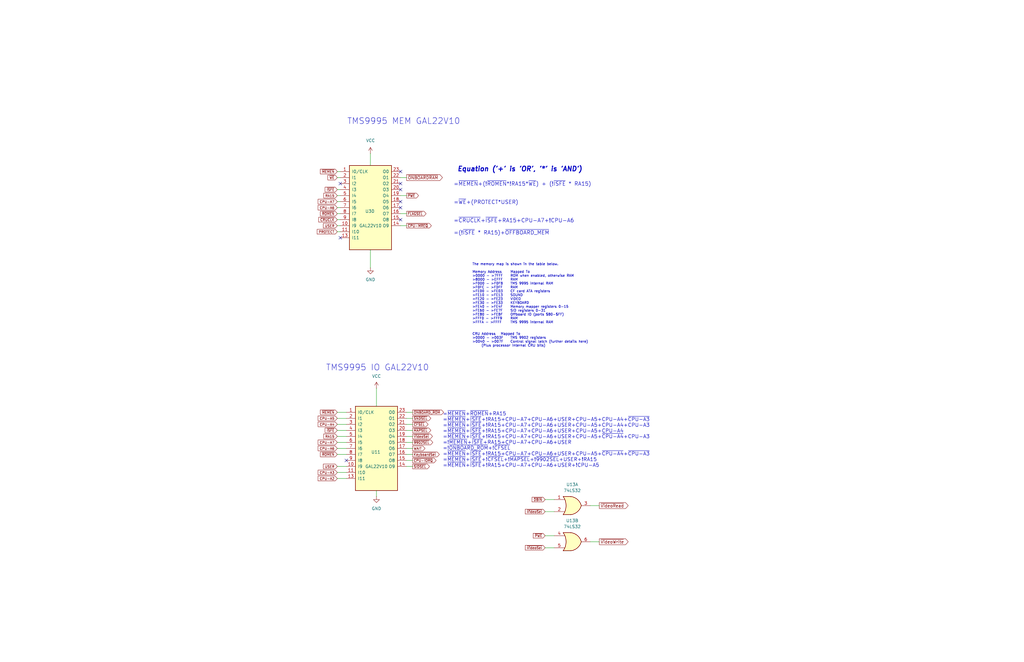
<source format=kicad_sch>
(kicad_sch
	(version 20231120)
	(generator "eeschema")
	(generator_version "8.0")
	(uuid "c3c349b1-d9bc-4742-9b63-40f30c22ca7c")
	(paper "B")
	(title_block
		(title "CortexPC")
		(date "2025-05-25")
		(rev "V0.5")
	)
	(lib_symbols
		(symbol "74xx:74LS32"
			(pin_names
				(offset 1.016)
			)
			(exclude_from_sim no)
			(in_bom yes)
			(on_board yes)
			(property "Reference" "U"
				(at 0 1.27 0)
				(effects
					(font
						(size 1.27 1.27)
					)
				)
			)
			(property "Value" "74LS32"
				(at 0 -1.27 0)
				(effects
					(font
						(size 1.27 1.27)
					)
				)
			)
			(property "Footprint" ""
				(at 0 0 0)
				(effects
					(font
						(size 1.27 1.27)
					)
					(hide yes)
				)
			)
			(property "Datasheet" "http://www.ti.com/lit/gpn/sn74LS32"
				(at 0 0 0)
				(effects
					(font
						(size 1.27 1.27)
					)
					(hide yes)
				)
			)
			(property "Description" "Quad 2-input OR"
				(at 0 0 0)
				(effects
					(font
						(size 1.27 1.27)
					)
					(hide yes)
				)
			)
			(property "ki_locked" ""
				(at 0 0 0)
				(effects
					(font
						(size 1.27 1.27)
					)
				)
			)
			(property "ki_keywords" "TTL Or2"
				(at 0 0 0)
				(effects
					(font
						(size 1.27 1.27)
					)
					(hide yes)
				)
			)
			(property "ki_fp_filters" "DIP?14*"
				(at 0 0 0)
				(effects
					(font
						(size 1.27 1.27)
					)
					(hide yes)
				)
			)
			(symbol "74LS32_1_1"
				(arc
					(start -3.81 -3.81)
					(mid -2.589 0)
					(end -3.81 3.81)
					(stroke
						(width 0.254)
						(type default)
					)
					(fill
						(type none)
					)
				)
				(arc
					(start -0.6096 -3.81)
					(mid 2.1842 -2.5851)
					(end 3.81 0)
					(stroke
						(width 0.254)
						(type default)
					)
					(fill
						(type background)
					)
				)
				(polyline
					(pts
						(xy -3.81 -3.81) (xy -0.635 -3.81)
					)
					(stroke
						(width 0.254)
						(type default)
					)
					(fill
						(type background)
					)
				)
				(polyline
					(pts
						(xy -3.81 3.81) (xy -0.635 3.81)
					)
					(stroke
						(width 0.254)
						(type default)
					)
					(fill
						(type background)
					)
				)
				(polyline
					(pts
						(xy -0.635 3.81) (xy -3.81 3.81) (xy -3.81 3.81) (xy -3.556 3.4036) (xy -3.0226 2.2606) (xy -2.6924 1.0414)
						(xy -2.6162 -0.254) (xy -2.7686 -1.4986) (xy -3.175 -2.7178) (xy -3.81 -3.81) (xy -3.81 -3.81)
						(xy -0.635 -3.81)
					)
					(stroke
						(width -25.4)
						(type default)
					)
					(fill
						(type background)
					)
				)
				(arc
					(start 3.81 0)
					(mid 2.1915 2.5936)
					(end -0.6096 3.81)
					(stroke
						(width 0.254)
						(type default)
					)
					(fill
						(type background)
					)
				)
				(pin input line
					(at -7.62 2.54 0)
					(length 4.318)
					(name "~"
						(effects
							(font
								(size 1.27 1.27)
							)
						)
					)
					(number "1"
						(effects
							(font
								(size 1.27 1.27)
							)
						)
					)
				)
				(pin input line
					(at -7.62 -2.54 0)
					(length 4.318)
					(name "~"
						(effects
							(font
								(size 1.27 1.27)
							)
						)
					)
					(number "2"
						(effects
							(font
								(size 1.27 1.27)
							)
						)
					)
				)
				(pin output line
					(at 7.62 0 180)
					(length 3.81)
					(name "~"
						(effects
							(font
								(size 1.27 1.27)
							)
						)
					)
					(number "3"
						(effects
							(font
								(size 1.27 1.27)
							)
						)
					)
				)
			)
			(symbol "74LS32_1_2"
				(arc
					(start 0 -3.81)
					(mid 3.7934 0)
					(end 0 3.81)
					(stroke
						(width 0.254)
						(type default)
					)
					(fill
						(type background)
					)
				)
				(polyline
					(pts
						(xy 0 3.81) (xy -3.81 3.81) (xy -3.81 -3.81) (xy 0 -3.81)
					)
					(stroke
						(width 0.254)
						(type default)
					)
					(fill
						(type background)
					)
				)
				(pin input inverted
					(at -7.62 2.54 0)
					(length 3.81)
					(name "~"
						(effects
							(font
								(size 1.27 1.27)
							)
						)
					)
					(number "1"
						(effects
							(font
								(size 1.27 1.27)
							)
						)
					)
				)
				(pin input inverted
					(at -7.62 -2.54 0)
					(length 3.81)
					(name "~"
						(effects
							(font
								(size 1.27 1.27)
							)
						)
					)
					(number "2"
						(effects
							(font
								(size 1.27 1.27)
							)
						)
					)
				)
				(pin output inverted
					(at 7.62 0 180)
					(length 3.81)
					(name "~"
						(effects
							(font
								(size 1.27 1.27)
							)
						)
					)
					(number "3"
						(effects
							(font
								(size 1.27 1.27)
							)
						)
					)
				)
			)
			(symbol "74LS32_2_1"
				(arc
					(start -3.81 -3.81)
					(mid -2.589 0)
					(end -3.81 3.81)
					(stroke
						(width 0.254)
						(type default)
					)
					(fill
						(type none)
					)
				)
				(arc
					(start -0.6096 -3.81)
					(mid 2.1842 -2.5851)
					(end 3.81 0)
					(stroke
						(width 0.254)
						(type default)
					)
					(fill
						(type background)
					)
				)
				(polyline
					(pts
						(xy -3.81 -3.81) (xy -0.635 -3.81)
					)
					(stroke
						(width 0.254)
						(type default)
					)
					(fill
						(type background)
					)
				)
				(polyline
					(pts
						(xy -3.81 3.81) (xy -0.635 3.81)
					)
					(stroke
						(width 0.254)
						(type default)
					)
					(fill
						(type background)
					)
				)
				(polyline
					(pts
						(xy -0.635 3.81) (xy -3.81 3.81) (xy -3.81 3.81) (xy -3.556 3.4036) (xy -3.0226 2.2606) (xy -2.6924 1.0414)
						(xy -2.6162 -0.254) (xy -2.7686 -1.4986) (xy -3.175 -2.7178) (xy -3.81 -3.81) (xy -3.81 -3.81)
						(xy -0.635 -3.81)
					)
					(stroke
						(width -25.4)
						(type default)
					)
					(fill
						(type background)
					)
				)
				(arc
					(start 3.81 0)
					(mid 2.1915 2.5936)
					(end -0.6096 3.81)
					(stroke
						(width 0.254)
						(type default)
					)
					(fill
						(type background)
					)
				)
				(pin input line
					(at -7.62 2.54 0)
					(length 4.318)
					(name "~"
						(effects
							(font
								(size 1.27 1.27)
							)
						)
					)
					(number "4"
						(effects
							(font
								(size 1.27 1.27)
							)
						)
					)
				)
				(pin input line
					(at -7.62 -2.54 0)
					(length 4.318)
					(name "~"
						(effects
							(font
								(size 1.27 1.27)
							)
						)
					)
					(number "5"
						(effects
							(font
								(size 1.27 1.27)
							)
						)
					)
				)
				(pin output line
					(at 7.62 0 180)
					(length 3.81)
					(name "~"
						(effects
							(font
								(size 1.27 1.27)
							)
						)
					)
					(number "6"
						(effects
							(font
								(size 1.27 1.27)
							)
						)
					)
				)
			)
			(symbol "74LS32_2_2"
				(arc
					(start 0 -3.81)
					(mid 3.7934 0)
					(end 0 3.81)
					(stroke
						(width 0.254)
						(type default)
					)
					(fill
						(type background)
					)
				)
				(polyline
					(pts
						(xy 0 3.81) (xy -3.81 3.81) (xy -3.81 -3.81) (xy 0 -3.81)
					)
					(stroke
						(width 0.254)
						(type default)
					)
					(fill
						(type background)
					)
				)
				(pin input inverted
					(at -7.62 2.54 0)
					(length 3.81)
					(name "~"
						(effects
							(font
								(size 1.27 1.27)
							)
						)
					)
					(number "4"
						(effects
							(font
								(size 1.27 1.27)
							)
						)
					)
				)
				(pin input inverted
					(at -7.62 -2.54 0)
					(length 3.81)
					(name "~"
						(effects
							(font
								(size 1.27 1.27)
							)
						)
					)
					(number "5"
						(effects
							(font
								(size 1.27 1.27)
							)
						)
					)
				)
				(pin output inverted
					(at 7.62 0 180)
					(length 3.81)
					(name "~"
						(effects
							(font
								(size 1.27 1.27)
							)
						)
					)
					(number "6"
						(effects
							(font
								(size 1.27 1.27)
							)
						)
					)
				)
			)
			(symbol "74LS32_3_1"
				(arc
					(start -3.81 -3.81)
					(mid -2.589 0)
					(end -3.81 3.81)
					(stroke
						(width 0.254)
						(type default)
					)
					(fill
						(type none)
					)
				)
				(arc
					(start -0.6096 -3.81)
					(mid 2.1842 -2.5851)
					(end 3.81 0)
					(stroke
						(width 0.254)
						(type default)
					)
					(fill
						(type background)
					)
				)
				(polyline
					(pts
						(xy -3.81 -3.81) (xy -0.635 -3.81)
					)
					(stroke
						(width 0.254)
						(type default)
					)
					(fill
						(type background)
					)
				)
				(polyline
					(pts
						(xy -3.81 3.81) (xy -0.635 3.81)
					)
					(stroke
						(width 0.254)
						(type default)
					)
					(fill
						(type background)
					)
				)
				(polyline
					(pts
						(xy -0.635 3.81) (xy -3.81 3.81) (xy -3.81 3.81) (xy -3.556 3.4036) (xy -3.0226 2.2606) (xy -2.6924 1.0414)
						(xy -2.6162 -0.254) (xy -2.7686 -1.4986) (xy -3.175 -2.7178) (xy -3.81 -3.81) (xy -3.81 -3.81)
						(xy -0.635 -3.81)
					)
					(stroke
						(width -25.4)
						(type default)
					)
					(fill
						(type background)
					)
				)
				(arc
					(start 3.81 0)
					(mid 2.1915 2.5936)
					(end -0.6096 3.81)
					(stroke
						(width 0.254)
						(type default)
					)
					(fill
						(type background)
					)
				)
				(pin input line
					(at -7.62 -2.54 0)
					(length 4.318)
					(name "~"
						(effects
							(font
								(size 1.27 1.27)
							)
						)
					)
					(number "10"
						(effects
							(font
								(size 1.27 1.27)
							)
						)
					)
				)
				(pin output line
					(at 7.62 0 180)
					(length 3.81)
					(name "~"
						(effects
							(font
								(size 1.27 1.27)
							)
						)
					)
					(number "8"
						(effects
							(font
								(size 1.27 1.27)
							)
						)
					)
				)
				(pin input line
					(at -7.62 2.54 0)
					(length 4.318)
					(name "~"
						(effects
							(font
								(size 1.27 1.27)
							)
						)
					)
					(number "9"
						(effects
							(font
								(size 1.27 1.27)
							)
						)
					)
				)
			)
			(symbol "74LS32_3_2"
				(arc
					(start 0 -3.81)
					(mid 3.7934 0)
					(end 0 3.81)
					(stroke
						(width 0.254)
						(type default)
					)
					(fill
						(type background)
					)
				)
				(polyline
					(pts
						(xy 0 3.81) (xy -3.81 3.81) (xy -3.81 -3.81) (xy 0 -3.81)
					)
					(stroke
						(width 0.254)
						(type default)
					)
					(fill
						(type background)
					)
				)
				(pin input inverted
					(at -7.62 -2.54 0)
					(length 3.81)
					(name "~"
						(effects
							(font
								(size 1.27 1.27)
							)
						)
					)
					(number "10"
						(effects
							(font
								(size 1.27 1.27)
							)
						)
					)
				)
				(pin output inverted
					(at 7.62 0 180)
					(length 3.81)
					(name "~"
						(effects
							(font
								(size 1.27 1.27)
							)
						)
					)
					(number "8"
						(effects
							(font
								(size 1.27 1.27)
							)
						)
					)
				)
				(pin input inverted
					(at -7.62 2.54 0)
					(length 3.81)
					(name "~"
						(effects
							(font
								(size 1.27 1.27)
							)
						)
					)
					(number "9"
						(effects
							(font
								(size 1.27 1.27)
							)
						)
					)
				)
			)
			(symbol "74LS32_4_1"
				(arc
					(start -3.81 -3.81)
					(mid -2.589 0)
					(end -3.81 3.81)
					(stroke
						(width 0.254)
						(type default)
					)
					(fill
						(type none)
					)
				)
				(arc
					(start -0.6096 -3.81)
					(mid 2.1842 -2.5851)
					(end 3.81 0)
					(stroke
						(width 0.254)
						(type default)
					)
					(fill
						(type background)
					)
				)
				(polyline
					(pts
						(xy -3.81 -3.81) (xy -0.635 -3.81)
					)
					(stroke
						(width 0.254)
						(type default)
					)
					(fill
						(type background)
					)
				)
				(polyline
					(pts
						(xy -3.81 3.81) (xy -0.635 3.81)
					)
					(stroke
						(width 0.254)
						(type default)
					)
					(fill
						(type background)
					)
				)
				(polyline
					(pts
						(xy -0.635 3.81) (xy -3.81 3.81) (xy -3.81 3.81) (xy -3.556 3.4036) (xy -3.0226 2.2606) (xy -2.6924 1.0414)
						(xy -2.6162 -0.254) (xy -2.7686 -1.4986) (xy -3.175 -2.7178) (xy -3.81 -3.81) (xy -3.81 -3.81)
						(xy -0.635 -3.81)
					)
					(stroke
						(width -25.4)
						(type default)
					)
					(fill
						(type background)
					)
				)
				(arc
					(start 3.81 0)
					(mid 2.1915 2.5936)
					(end -0.6096 3.81)
					(stroke
						(width 0.254)
						(type default)
					)
					(fill
						(type background)
					)
				)
				(pin output line
					(at 7.62 0 180)
					(length 3.81)
					(name "~"
						(effects
							(font
								(size 1.27 1.27)
							)
						)
					)
					(number "11"
						(effects
							(font
								(size 1.27 1.27)
							)
						)
					)
				)
				(pin input line
					(at -7.62 2.54 0)
					(length 4.318)
					(name "~"
						(effects
							(font
								(size 1.27 1.27)
							)
						)
					)
					(number "12"
						(effects
							(font
								(size 1.27 1.27)
							)
						)
					)
				)
				(pin input line
					(at -7.62 -2.54 0)
					(length 4.318)
					(name "~"
						(effects
							(font
								(size 1.27 1.27)
							)
						)
					)
					(number "13"
						(effects
							(font
								(size 1.27 1.27)
							)
						)
					)
				)
			)
			(symbol "74LS32_4_2"
				(arc
					(start 0 -3.81)
					(mid 3.7934 0)
					(end 0 3.81)
					(stroke
						(width 0.254)
						(type default)
					)
					(fill
						(type background)
					)
				)
				(polyline
					(pts
						(xy 0 3.81) (xy -3.81 3.81) (xy -3.81 -3.81) (xy 0 -3.81)
					)
					(stroke
						(width 0.254)
						(type default)
					)
					(fill
						(type background)
					)
				)
				(pin output inverted
					(at 7.62 0 180)
					(length 3.81)
					(name "~"
						(effects
							(font
								(size 1.27 1.27)
							)
						)
					)
					(number "11"
						(effects
							(font
								(size 1.27 1.27)
							)
						)
					)
				)
				(pin input inverted
					(at -7.62 2.54 0)
					(length 3.81)
					(name "~"
						(effects
							(font
								(size 1.27 1.27)
							)
						)
					)
					(number "12"
						(effects
							(font
								(size 1.27 1.27)
							)
						)
					)
				)
				(pin input inverted
					(at -7.62 -2.54 0)
					(length 3.81)
					(name "~"
						(effects
							(font
								(size 1.27 1.27)
							)
						)
					)
					(number "13"
						(effects
							(font
								(size 1.27 1.27)
							)
						)
					)
				)
			)
			(symbol "74LS32_5_0"
				(pin power_in line
					(at 0 12.7 270)
					(length 5.08)
					(name "VCC"
						(effects
							(font
								(size 1.27 1.27)
							)
						)
					)
					(number "14"
						(effects
							(font
								(size 1.27 1.27)
							)
						)
					)
				)
				(pin power_in line
					(at 0 -12.7 90)
					(length 5.08)
					(name "GND"
						(effects
							(font
								(size 1.27 1.27)
							)
						)
					)
					(number "7"
						(effects
							(font
								(size 1.27 1.27)
							)
						)
					)
				)
			)
			(symbol "74LS32_5_1"
				(rectangle
					(start -5.08 7.62)
					(end 5.08 -7.62)
					(stroke
						(width 0.254)
						(type default)
					)
					(fill
						(type background)
					)
				)
			)
		)
		(symbol "gal22v10:GAL22V10"
			(pin_names
				(offset 1.016)
			)
			(exclude_from_sim no)
			(in_bom yes)
			(on_board yes)
			(property "Reference" "U"
				(at -8.89 19.05 0)
				(effects
					(font
						(size 1.27 1.27)
					)
					(justify left)
				)
			)
			(property "Value" "GAL22V10"
				(at -1.27 19.05 0)
				(effects
					(font
						(size 1.27 1.27)
					)
					(justify left)
				)
			)
			(property "Footprint" ""
				(at 0 0 0)
				(effects
					(font
						(size 1.27 1.27)
					)
					(hide yes)
				)
			)
			(property "Datasheet" ""
				(at 0 0 0)
				(effects
					(font
						(size 1.27 1.27)
					)
					(hide yes)
				)
			)
			(property "Description" ""
				(at 0 0 0)
				(effects
					(font
						(size 1.27 1.27)
					)
					(hide yes)
				)
			)
			(property "ki_fp_filters" "DIP* PDIP*"
				(at 0 0 0)
				(effects
					(font
						(size 1.27 1.27)
					)
					(hide yes)
				)
			)
			(symbol "GAL22V10_0_1"
				(rectangle
					(start -8.89 -17.78)
					(end 8.89 17.78)
					(stroke
						(width 0.254)
						(type default)
					)
					(fill
						(type background)
					)
				)
			)
			(symbol "GAL22V10_1_1"
				(pin input line
					(at -12.7 15.24 0)
					(length 3.81)
					(name "I0/CLK"
						(effects
							(font
								(size 1.27 1.27)
							)
						)
					)
					(number "1"
						(effects
							(font
								(size 1.27 1.27)
							)
						)
					)
				)
				(pin input line
					(at -12.7 -7.62 0)
					(length 3.81)
					(name "I9"
						(effects
							(font
								(size 1.27 1.27)
							)
						)
					)
					(number "10"
						(effects
							(font
								(size 1.27 1.27)
							)
						)
					)
				)
				(pin input line
					(at -12.7 -10.16 0)
					(length 3.81)
					(name "I10"
						(effects
							(font
								(size 1.27 1.27)
							)
						)
					)
					(number "11"
						(effects
							(font
								(size 1.27 1.27)
							)
						)
					)
				)
				(pin power_in line
					(at 0 -17.78 90)
					(length 0) hide
					(name "GND"
						(effects
							(font
								(size 1.27 1.27)
							)
						)
					)
					(number "12"
						(effects
							(font
								(size 1.27 1.27)
							)
						)
					)
				)
				(pin input line
					(at -12.7 -12.7 0)
					(length 3.81)
					(name "I11"
						(effects
							(font
								(size 1.27 1.27)
							)
						)
					)
					(number "13"
						(effects
							(font
								(size 1.27 1.27)
							)
						)
					)
				)
				(pin output line
					(at 12.7 -7.62 180)
					(length 3.81)
					(name "O9"
						(effects
							(font
								(size 1.27 1.27)
							)
						)
					)
					(number "14"
						(effects
							(font
								(size 1.27 1.27)
							)
						)
					)
				)
				(pin output line
					(at 12.7 -5.08 180)
					(length 3.81)
					(name "O8"
						(effects
							(font
								(size 1.27 1.27)
							)
						)
					)
					(number "15"
						(effects
							(font
								(size 1.27 1.27)
							)
						)
					)
				)
				(pin output line
					(at 12.7 -2.54 180)
					(length 3.81)
					(name "O7"
						(effects
							(font
								(size 1.27 1.27)
							)
						)
					)
					(number "16"
						(effects
							(font
								(size 1.27 1.27)
							)
						)
					)
				)
				(pin output line
					(at 12.7 0 180)
					(length 3.81)
					(name "O6"
						(effects
							(font
								(size 1.27 1.27)
							)
						)
					)
					(number "17"
						(effects
							(font
								(size 1.27 1.27)
							)
						)
					)
				)
				(pin output line
					(at 12.7 2.54 180)
					(length 3.81)
					(name "O5"
						(effects
							(font
								(size 1.27 1.27)
							)
						)
					)
					(number "18"
						(effects
							(font
								(size 1.27 1.27)
							)
						)
					)
				)
				(pin output line
					(at 12.7 5.08 180)
					(length 3.81)
					(name "O4"
						(effects
							(font
								(size 1.27 1.27)
							)
						)
					)
					(number "19"
						(effects
							(font
								(size 1.27 1.27)
							)
						)
					)
				)
				(pin input line
					(at -12.7 12.7 0)
					(length 3.81)
					(name "I1"
						(effects
							(font
								(size 1.27 1.27)
							)
						)
					)
					(number "2"
						(effects
							(font
								(size 1.27 1.27)
							)
						)
					)
				)
				(pin output line
					(at 12.7 7.62 180)
					(length 3.81)
					(name "O3"
						(effects
							(font
								(size 1.27 1.27)
							)
						)
					)
					(number "20"
						(effects
							(font
								(size 1.27 1.27)
							)
						)
					)
				)
				(pin output line
					(at 12.7 10.16 180)
					(length 3.81)
					(name "O2"
						(effects
							(font
								(size 1.27 1.27)
							)
						)
					)
					(number "21"
						(effects
							(font
								(size 1.27 1.27)
							)
						)
					)
				)
				(pin output line
					(at 12.7 12.7 180)
					(length 3.81)
					(name "O1"
						(effects
							(font
								(size 1.27 1.27)
							)
						)
					)
					(number "22"
						(effects
							(font
								(size 1.27 1.27)
							)
						)
					)
				)
				(pin output line
					(at 12.7 15.24 180)
					(length 3.81)
					(name "O0"
						(effects
							(font
								(size 1.27 1.27)
							)
						)
					)
					(number "23"
						(effects
							(font
								(size 1.27 1.27)
							)
						)
					)
				)
				(pin power_in line
					(at 0 17.78 270)
					(length 0) hide
					(name "VCC"
						(effects
							(font
								(size 1.27 1.27)
							)
						)
					)
					(number "24"
						(effects
							(font
								(size 1.27 1.27)
							)
						)
					)
				)
				(pin input line
					(at -12.7 10.16 0)
					(length 3.81)
					(name "I2"
						(effects
							(font
								(size 1.27 1.27)
							)
						)
					)
					(number "3"
						(effects
							(font
								(size 1.27 1.27)
							)
						)
					)
				)
				(pin input line
					(at -12.7 7.62 0)
					(length 3.81)
					(name "I3"
						(effects
							(font
								(size 1.27 1.27)
							)
						)
					)
					(number "4"
						(effects
							(font
								(size 1.27 1.27)
							)
						)
					)
				)
				(pin input line
					(at -12.7 5.08 0)
					(length 3.81)
					(name "I4"
						(effects
							(font
								(size 1.27 1.27)
							)
						)
					)
					(number "5"
						(effects
							(font
								(size 1.27 1.27)
							)
						)
					)
				)
				(pin input line
					(at -12.7 2.54 0)
					(length 3.81)
					(name "I5"
						(effects
							(font
								(size 1.27 1.27)
							)
						)
					)
					(number "6"
						(effects
							(font
								(size 1.27 1.27)
							)
						)
					)
				)
				(pin input line
					(at -12.7 0 0)
					(length 3.81)
					(name "I6"
						(effects
							(font
								(size 1.27 1.27)
							)
						)
					)
					(number "7"
						(effects
							(font
								(size 1.27 1.27)
							)
						)
					)
				)
				(pin input line
					(at -12.7 -2.54 0)
					(length 3.81)
					(name "I7"
						(effects
							(font
								(size 1.27 1.27)
							)
						)
					)
					(number "8"
						(effects
							(font
								(size 1.27 1.27)
							)
						)
					)
				)
				(pin input line
					(at -12.7 -5.08 0)
					(length 3.81)
					(name "I8"
						(effects
							(font
								(size 1.27 1.27)
							)
						)
					)
					(number "9"
						(effects
							(font
								(size 1.27 1.27)
							)
						)
					)
				)
			)
		)
		(symbol "power:GND"
			(power)
			(pin_numbers hide)
			(pin_names
				(offset 0) hide)
			(exclude_from_sim no)
			(in_bom yes)
			(on_board yes)
			(property "Reference" "#PWR"
				(at 0 -6.35 0)
				(effects
					(font
						(size 1.27 1.27)
					)
					(hide yes)
				)
			)
			(property "Value" "GND"
				(at 0 -3.81 0)
				(effects
					(font
						(size 1.27 1.27)
					)
				)
			)
			(property "Footprint" ""
				(at 0 0 0)
				(effects
					(font
						(size 1.27 1.27)
					)
					(hide yes)
				)
			)
			(property "Datasheet" ""
				(at 0 0 0)
				(effects
					(font
						(size 1.27 1.27)
					)
					(hide yes)
				)
			)
			(property "Description" "Power symbol creates a global label with name \"GND\" , ground"
				(at 0 0 0)
				(effects
					(font
						(size 1.27 1.27)
					)
					(hide yes)
				)
			)
			(property "ki_keywords" "global power"
				(at 0 0 0)
				(effects
					(font
						(size 1.27 1.27)
					)
					(hide yes)
				)
			)
			(symbol "GND_0_1"
				(polyline
					(pts
						(xy 0 0) (xy 0 -1.27) (xy 1.27 -1.27) (xy 0 -2.54) (xy -1.27 -1.27) (xy 0 -1.27)
					)
					(stroke
						(width 0)
						(type default)
					)
					(fill
						(type none)
					)
				)
			)
			(symbol "GND_1_1"
				(pin power_in line
					(at 0 0 270)
					(length 0)
					(name "~"
						(effects
							(font
								(size 1.27 1.27)
							)
						)
					)
					(number "1"
						(effects
							(font
								(size 1.27 1.27)
							)
						)
					)
				)
			)
		)
		(symbol "power:VCC"
			(power)
			(pin_numbers hide)
			(pin_names
				(offset 0) hide)
			(exclude_from_sim no)
			(in_bom yes)
			(on_board yes)
			(property "Reference" "#PWR"
				(at 0 -3.81 0)
				(effects
					(font
						(size 1.27 1.27)
					)
					(hide yes)
				)
			)
			(property "Value" "VCC"
				(at 0 3.556 0)
				(effects
					(font
						(size 1.27 1.27)
					)
				)
			)
			(property "Footprint" ""
				(at 0 0 0)
				(effects
					(font
						(size 1.27 1.27)
					)
					(hide yes)
				)
			)
			(property "Datasheet" ""
				(at 0 0 0)
				(effects
					(font
						(size 1.27 1.27)
					)
					(hide yes)
				)
			)
			(property "Description" "Power symbol creates a global label with name \"VCC\""
				(at 0 0 0)
				(effects
					(font
						(size 1.27 1.27)
					)
					(hide yes)
				)
			)
			(property "ki_keywords" "global power"
				(at 0 0 0)
				(effects
					(font
						(size 1.27 1.27)
					)
					(hide yes)
				)
			)
			(symbol "VCC_0_1"
				(polyline
					(pts
						(xy -0.762 1.27) (xy 0 2.54)
					)
					(stroke
						(width 0)
						(type default)
					)
					(fill
						(type none)
					)
				)
				(polyline
					(pts
						(xy 0 0) (xy 0 2.54)
					)
					(stroke
						(width 0)
						(type default)
					)
					(fill
						(type none)
					)
				)
				(polyline
					(pts
						(xy 0 2.54) (xy 0.762 1.27)
					)
					(stroke
						(width 0)
						(type default)
					)
					(fill
						(type none)
					)
				)
			)
			(symbol "VCC_1_1"
				(pin power_in line
					(at 0 0 90)
					(length 0)
					(name "~"
						(effects
							(font
								(size 1.27 1.27)
							)
						)
					)
					(number "1"
						(effects
							(font
								(size 1.27 1.27)
							)
						)
					)
				)
			)
		)
	)
	(no_connect
		(at 168.91 87.63)
		(uuid "0a439ffd-9d6c-402e-8bc9-039a83a20b0b")
	)
	(no_connect
		(at 168.91 72.39)
		(uuid "10f630d2-a8d6-431d-8e32-b9aba4b91551")
	)
	(no_connect
		(at 143.51 100.33)
		(uuid "26ed459d-c477-4f19-a4c5-3f5b60d377e5")
	)
	(no_connect
		(at 146.05 194.31)
		(uuid "473318a4-fede-4cb8-ab0c-42f83de25089")
	)
	(no_connect
		(at 168.91 77.47)
		(uuid "6adbd3fd-bd34-4c40-9b18-36c0cd0c5cbd")
	)
	(no_connect
		(at 168.91 92.71)
		(uuid "906ba9ed-4033-4871-be50-c826197b89d4")
	)
	(no_connect
		(at 168.91 85.09)
		(uuid "a4bb4b43-2b20-48c3-b57e-b5e78162ef34")
	)
	(no_connect
		(at 168.91 80.01)
		(uuid "bab57422-265a-4505-aecd-61801be6ca59")
	)
	(no_connect
		(at 143.51 77.47)
		(uuid "c9e74dd7-d9e1-4e4b-ae5d-1cba7c146ab2")
	)
	(wire
		(pts
			(xy 142.24 92.71) (xy 143.51 92.71)
		)
		(stroke
			(width 0)
			(type default)
		)
		(uuid "0035e3f2-6c92-4698-932a-8ebae924e48f")
	)
	(wire
		(pts
			(xy 142.24 184.15) (xy 146.05 184.15)
		)
		(stroke
			(width 0)
			(type default)
		)
		(uuid "0296a24c-33b5-4a6c-a258-f8a65cab844a")
	)
	(wire
		(pts
			(xy 248.92 213.36) (xy 252.73 213.36)
		)
		(stroke
			(width 0)
			(type default)
		)
		(uuid "07eb9470-7c2b-47f6-8769-8791a6897d4c")
	)
	(wire
		(pts
			(xy 142.24 72.39) (xy 143.51 72.39)
		)
		(stroke
			(width 0)
			(type default)
		)
		(uuid "0f74ea26-fb7e-4db1-bd66-55c0fd09ba2c")
	)
	(wire
		(pts
			(xy 229.87 210.82) (xy 233.68 210.82)
		)
		(stroke
			(width 0)
			(type default)
		)
		(uuid "1c3d9153-ed2a-4931-9f7a-1011f6ec152c")
	)
	(wire
		(pts
			(xy 142.24 173.99) (xy 146.05 173.99)
		)
		(stroke
			(width 0)
			(type default)
		)
		(uuid "1eaae7ad-e322-4f26-9771-7ec75d273f09")
	)
	(wire
		(pts
			(xy 158.75 207.01) (xy 158.75 209.55)
		)
		(stroke
			(width 0)
			(type default)
		)
		(uuid "2272ad41-9c8c-41e5-b36f-52bd731282ed")
	)
	(wire
		(pts
			(xy 229.87 215.9) (xy 233.68 215.9)
		)
		(stroke
			(width 0)
			(type default)
		)
		(uuid "23dfec5d-b8ef-4da7-a435-0cf06f480847")
	)
	(wire
		(pts
			(xy 142.24 199.39) (xy 146.05 199.39)
		)
		(stroke
			(width 0)
			(type default)
		)
		(uuid "2c7fd035-6e3b-484b-9553-4b00b3ca05a8")
	)
	(wire
		(pts
			(xy 142.24 97.79) (xy 143.51 97.79)
		)
		(stroke
			(width 0)
			(type default)
		)
		(uuid "2ffb3b88-ee0c-4acf-9f1b-93d9976a1f7f")
	)
	(wire
		(pts
			(xy 171.45 173.99) (xy 173.99 173.99)
		)
		(stroke
			(width 0)
			(type default)
		)
		(uuid "3dea345f-59bf-4f9e-8057-f7e3a6cb9376")
	)
	(wire
		(pts
			(xy 168.91 82.55) (xy 171.45 82.55)
		)
		(stroke
			(width 0)
			(type default)
		)
		(uuid "3fa365c5-ba72-4307-a968-4f5831d049dd")
	)
	(wire
		(pts
			(xy 142.24 189.23) (xy 146.05 189.23)
		)
		(stroke
			(width 0)
			(type default)
		)
		(uuid "56b3c567-818a-4f40-ac31-41be7d297ac5")
	)
	(wire
		(pts
			(xy 156.21 64.77) (xy 156.21 69.85)
		)
		(stroke
			(width 0)
			(type default)
		)
		(uuid "59c10f44-1be1-4cf7-ba3b-5473a35ac02d")
	)
	(wire
		(pts
			(xy 229.87 231.14) (xy 233.68 231.14)
		)
		(stroke
			(width 0)
			(type default)
		)
		(uuid "5a5e4785-f093-4174-8587-da8855405f7f")
	)
	(wire
		(pts
			(xy 171.45 181.61) (xy 173.99 181.61)
		)
		(stroke
			(width 0)
			(type default)
		)
		(uuid "63dc1821-aefa-47a2-93d4-ed17f028fc01")
	)
	(wire
		(pts
			(xy 142.24 179.07) (xy 146.05 179.07)
		)
		(stroke
			(width 0)
			(type default)
		)
		(uuid "67b454f3-5049-4592-816f-fc3e14c5f44d")
	)
	(wire
		(pts
			(xy 142.24 176.53) (xy 146.05 176.53)
		)
		(stroke
			(width 0)
			(type default)
		)
		(uuid "6b41b229-b962-4a7c-8df7-85b9a4c0a254")
	)
	(wire
		(pts
			(xy 168.91 90.17) (xy 171.45 90.17)
		)
		(stroke
			(width 0)
			(type default)
		)
		(uuid "6c89441d-9854-451f-a640-6ff38a3f0f80")
	)
	(wire
		(pts
			(xy 171.45 186.69) (xy 173.99 186.69)
		)
		(stroke
			(width 0)
			(type default)
		)
		(uuid "6e9b66cb-f206-42ed-94ee-2661272386d8")
	)
	(wire
		(pts
			(xy 142.24 74.93) (xy 143.51 74.93)
		)
		(stroke
			(width 0)
			(type default)
		)
		(uuid "787f5283-a962-4cae-9ded-93bf9c93e836")
	)
	(wire
		(pts
			(xy 142.24 85.09) (xy 143.51 85.09)
		)
		(stroke
			(width 0)
			(type default)
		)
		(uuid "79ee6ab1-520b-4989-9b21-13fcb2c7777b")
	)
	(wire
		(pts
			(xy 171.45 176.53) (xy 173.99 176.53)
		)
		(stroke
			(width 0)
			(type default)
		)
		(uuid "7bb26145-7fad-46ce-a36a-fb7db3f12306")
	)
	(wire
		(pts
			(xy 142.24 191.77) (xy 146.05 191.77)
		)
		(stroke
			(width 0)
			(type default)
		)
		(uuid "810392e7-02df-4adb-a935-dfde0f973937")
	)
	(wire
		(pts
			(xy 229.87 226.06) (xy 233.68 226.06)
		)
		(stroke
			(width 0)
			(type default)
		)
		(uuid "811742db-22d9-47e0-b16b-305c62075c1c")
	)
	(wire
		(pts
			(xy 171.45 191.77) (xy 173.99 191.77)
		)
		(stroke
			(width 0)
			(type default)
		)
		(uuid "81a09895-a6c6-4b77-950b-d64278a98448")
	)
	(wire
		(pts
			(xy 171.45 184.15) (xy 173.99 184.15)
		)
		(stroke
			(width 0)
			(type default)
		)
		(uuid "84cc94d8-babd-4b4f-9b20-04ad7694ae08")
	)
	(wire
		(pts
			(xy 248.92 228.6) (xy 252.73 228.6)
		)
		(stroke
			(width 0)
			(type default)
		)
		(uuid "8f1d5cc8-1691-4aa0-9a2d-1fb67c47576a")
	)
	(wire
		(pts
			(xy 142.24 181.61) (xy 146.05 181.61)
		)
		(stroke
			(width 0)
			(type default)
		)
		(uuid "9e3c04e8-e9a9-4520-b599-055b4d2c4272")
	)
	(wire
		(pts
			(xy 158.75 163.83) (xy 158.75 171.45)
		)
		(stroke
			(width 0)
			(type default)
		)
		(uuid "a3fb86d2-5c8c-44c4-9157-3612f5b7a172")
	)
	(wire
		(pts
			(xy 171.45 189.23) (xy 173.99 189.23)
		)
		(stroke
			(width 0)
			(type default)
		)
		(uuid "a7b94905-a1b2-4180-89b0-7675ec75d4f9")
	)
	(wire
		(pts
			(xy 171.45 194.31) (xy 173.99 194.31)
		)
		(stroke
			(width 0)
			(type default)
		)
		(uuid "af6df9a4-c940-40d6-b439-8cd18d69e28a")
	)
	(wire
		(pts
			(xy 142.24 82.55) (xy 143.51 82.55)
		)
		(stroke
			(width 0)
			(type default)
		)
		(uuid "bb1d9f53-f86f-4684-9c90-fb7f7eb4ca23")
	)
	(wire
		(pts
			(xy 142.24 186.69) (xy 146.05 186.69)
		)
		(stroke
			(width 0)
			(type default)
		)
		(uuid "bef83b8c-26bd-44c7-bc0d-5eae9a7a61fc")
	)
	(wire
		(pts
			(xy 142.24 87.63) (xy 143.51 87.63)
		)
		(stroke
			(width 0)
			(type default)
		)
		(uuid "c6a92a5e-ea0a-47b3-8cb2-910d07d4cf82")
	)
	(wire
		(pts
			(xy 171.45 196.85) (xy 173.99 196.85)
		)
		(stroke
			(width 0)
			(type default)
		)
		(uuid "c7005b1d-1305-4348-92d0-937c934881b2")
	)
	(wire
		(pts
			(xy 168.91 95.25) (xy 171.45 95.25)
		)
		(stroke
			(width 0)
			(type default)
		)
		(uuid "cb6b0959-1a03-4085-a23c-299e06351b0a")
	)
	(wire
		(pts
			(xy 171.45 179.07) (xy 173.99 179.07)
		)
		(stroke
			(width 0)
			(type default)
		)
		(uuid "cebcca3c-43ee-44cb-bc1b-66583cca16fe")
	)
	(wire
		(pts
			(xy 142.24 95.25) (xy 143.51 95.25)
		)
		(stroke
			(width 0)
			(type default)
		)
		(uuid "dfa4dd98-411d-4f29-9cdd-7e2a52be2754")
	)
	(wire
		(pts
			(xy 142.24 90.17) (xy 143.51 90.17)
		)
		(stroke
			(width 0)
			(type default)
		)
		(uuid "e68ac53b-6b68-45b3-b67e-69c0b353bbc8")
	)
	(wire
		(pts
			(xy 142.24 196.85) (xy 146.05 196.85)
		)
		(stroke
			(width 0)
			(type default)
		)
		(uuid "f0346a4b-eaa0-409b-bd56-87810719319b")
	)
	(wire
		(pts
			(xy 168.91 74.93) (xy 171.45 74.93)
		)
		(stroke
			(width 0)
			(type default)
		)
		(uuid "f30b0fcb-d6ab-4e66-ab1b-683ceffb3088")
	)
	(wire
		(pts
			(xy 142.24 201.93) (xy 146.05 201.93)
		)
		(stroke
			(width 0)
			(type default)
		)
		(uuid "f443c7a3-778f-4414-b33b-b2af284d9588")
	)
	(wire
		(pts
			(xy 156.21 105.41) (xy 156.21 113.03)
		)
		(stroke
			(width 0)
			(type default)
		)
		(uuid "f80025ee-f00c-4283-b0cf-98163d4fc0c9")
	)
	(wire
		(pts
			(xy 142.24 80.01) (xy 143.51 80.01)
		)
		(stroke
			(width 0)
			(type default)
		)
		(uuid "fa899427-e674-4a44-b3b0-947dbe086be5")
	)
	(text "\n=~{MEMEN}+(!~{ROMEN}*!RA15*~{WE}) + (!~{ISFE} * RA15)\n\n\n=~{WE}+(PROTECT*USER)\n\n\n=~{CRUCLK}+~{ISFE}+RA15+CPU-A7+!CPU-A6\n\n=(!~{ISFE} * RA15)+~{OFFBOARD_MEM}"
		(exclude_from_sim no)
		(at 191.262 99.314 0)
		(effects
			(font
				(size 1.6 1.6)
			)
			(justify left bottom)
		)
		(uuid "27355835-9e34-4347-8291-cf75a257a2e0")
	)
	(text "Equation ('+' is 'OR', '*' is 'AND') "
		(exclude_from_sim no)
		(at 192.786 72.644 0)
		(effects
			(font
				(size 2 2)
				(thickness 0.4)
				(bold yes)
				(italic yes)
			)
			(justify left bottom)
		)
		(uuid "2c29dfa5-603f-457f-9748-b72e814162a2")
	)
	(text "TMS9995 MEM GAL22V10"
		(exclude_from_sim no)
		(at 146.3548 52.7304 0)
		(effects
			(font
				(size 2.54 2.54)
			)
			(justify left bottom)
		)
		(uuid "37caf958-2d1d-4c9c-a17b-927ec11ed8d8")
	)
	(text "The memory map is shown in the table below.\n\nMemory Address	Mapped To\n>0000 - >7FFF	ROM when enabled, otherwise RAM\n>8000 - >EFFF	RAM\n>F000 - >F0FB	TMS 9995 internal RAM\n>F0FC - >FDFF	RAM\n>FE00 - >FE03	CF card ATA registers \n>FE10 - >FE13	SOUND\n>FE20 - >FE23	VIDEO\n>FE30 - >FE33	KEYBOARD\n>FE40 - >FE4F	Memory mapper registers 0-15 \n>FE60 - >FE7F	SID registers 0-31 \n>FE80 - >FEBF	Offboard IO (ports $80-$FF)\n>FFF0 - >FFF9	RAM\n>FFFA - >FFFF	TMS 9995 internal RAM\n\n\nCRU Address	Mapped To\n>0000 - >003F	TMS 9902 registers\n>0040 - >007F	Control signal latch (further details here)\n 	(Plus processor internal CRU bits)\n"
		(exclude_from_sim no)
		(at 199.136 146.558 0)
		(effects
			(font
				(size 1.016 1.016)
			)
			(justify left bottom)
		)
		(uuid "51c092f4-9c80-4cb8-af92-22dcb062dc38")
	)
	(text "TMS9995 IO GAL22V10"
		(exclude_from_sim no)
		(at 137.414 156.718 0)
		(effects
			(font
				(size 2.54 2.54)
			)
			(justify left bottom)
		)
		(uuid "bdf1a7a3-e89c-472e-83c5-e924e7f79fd7")
	)
	(text "=~{MEMEN}+~{ROMEN}+RA15\n=~{MEMEN}+~{ISFE}+!RA15+CPU-A7+CPU-A6+USER+CPU-A5+CPU-A4+~{CPU-A3}\n=~{MEMEN}+~{ISFE}+!RA15+CPU-A7+CPU-A6+USER+CPU-A5+CPU-A4+CPU-A3\n=~{MEMEN}+~{ISFE}+!RA15+CPU-A7+CPU-A6+USER+CPU-A5+CPU-A4\n=~{MEMEN}+~{ISFE}+!RA15+CPU-A7+CPU-A6+USER+CPU-A5+~{CPU-A4}+CPU-A3\n=!~{MEMEN}+~{ISFE}+RA15+CPU-A7+CPU-A6+USER\n=!~{ONBOARD_ROM}+!~{CFSEL}\n=~{MEMEN}+~{ISFE}+!RA15+CPU-A7+CPU-A6+USER+CPU-A5+~{CPU-A4}+~{CPU-A3}\n=~{MEMEN}+~{ISFE}+!~{CFSEL}+!~{MAPSEL}+!~{9902SEL}+USER+!RA15\n=~{MEMEN}+~{ISFE}+!RA15+CPU-A7+CPU-A6+USER+!CPU-A5\n"
		(exclude_from_sim no)
		(at 186.69 197.358 0)
		(effects
			(font
				(size 1.5 1.5)
			)
			(justify left bottom)
		)
		(uuid "d72a4790-dcfe-4d28-9a2c-2d87c9c75ca3")
	)
	(global_label "RA15"
		(shape input)
		(at 142.24 184.15 180)
		(fields_autoplaced yes)
		(effects
			(font
				(size 1.016 1.016)
			)
			(justify right)
		)
		(uuid "052e2051-c2d5-4eb2-9c10-8294dc8511d8")
		(property "Intersheetrefs" "${INTERSHEET_REFS}"
			(at 136.5586 184.0865 0)
			(effects
				(font
					(size 1.016 1.016)
				)
				(justify right)
				(hide yes)
			)
		)
	)
	(global_label "~{CRUCLK}"
		(shape input)
		(at 142.24 92.71 180)
		(fields_autoplaced yes)
		(effects
			(font
				(size 1.016 1.016)
			)
			(justify right)
		)
		(uuid "13d45a89-96ae-44a1-8ca7-fc95d341472b")
		(property "Intersheetrefs" "${INTERSHEET_REFS}"
			(at 134.4298 92.6465 0)
			(effects
				(font
					(size 1.016 1.016)
				)
				(justify right)
				(hide yes)
			)
		)
	)
	(global_label "~{ISFE}"
		(shape input)
		(at 142.24 181.61 180)
		(fields_autoplaced yes)
		(effects
			(font
				(size 1.016 1.016)
			)
			(justify right)
		)
		(uuid "17207a34-1d53-4126-a8ad-5d9186e9aab3")
		(property "Intersheetrefs" "${INTERSHEET_REFS}"
			(at 137.1392 181.5465 0)
			(effects
				(font
					(size 1.016 1.016)
				)
				(justify right)
				(hide yes)
			)
		)
	)
	(global_label "~{ROMEN}"
		(shape input)
		(at 142.24 191.77 180)
		(fields_autoplaced yes)
		(effects
			(font
				(size 1.016 1.016)
			)
			(justify right)
		)
		(uuid "1c087297-2cc6-4766-9468-ae1fb5b097eb")
		(property "Intersheetrefs" "${INTERSHEET_REFS}"
			(at 135.1556 191.7065 0)
			(effects
				(font
					(size 1.016 1.016)
				)
				(justify right)
				(hide yes)
			)
		)
	)
	(global_label "~{ROMEN}"
		(shape input)
		(at 142.24 90.17 180)
		(fields_autoplaced yes)
		(effects
			(font
				(size 1.016 1.016)
			)
			(justify right)
		)
		(uuid "21fa3c60-585a-470a-9978-8f21a0152c29")
		(property "Intersheetrefs" "${INTERSHEET_REFS}"
			(at 135.1556 90.1065 0)
			(effects
				(font
					(size 1.016 1.016)
				)
				(justify right)
				(hide yes)
			)
		)
	)
	(global_label "RA15"
		(shape input)
		(at 142.24 82.55 180)
		(fields_autoplaced yes)
		(effects
			(font
				(size 1.016 1.016)
			)
			(justify right)
		)
		(uuid "22a35c05-2847-473c-bcea-4ecfc2c208d3")
		(property "Intersheetrefs" "${INTERSHEET_REFS}"
			(at 136.5586 82.4865 0)
			(effects
				(font
					(size 1.016 1.016)
				)
				(justify right)
				(hide yes)
			)
		)
	)
	(global_label "~{MAPSEL}"
		(shape output)
		(at 173.99 181.61 0)
		(fields_autoplaced yes)
		(effects
			(font
				(size 1.016 1.016)
			)
			(justify left)
		)
		(uuid "238bd5b9-10d6-426d-9400-4bf4c5bf817f")
		(property "Intersheetrefs" "${INTERSHEET_REFS}"
			(at 181.6066 181.5465 0)
			(effects
				(font
					(size 1.016 1.016)
				)
				(justify left)
				(hide yes)
			)
		)
	)
	(global_label "~{ISFE}"
		(shape input)
		(at 142.24 80.01 180)
		(fields_autoplaced yes)
		(effects
			(font
				(size 1.016 1.016)
			)
			(justify right)
		)
		(uuid "427a7a5e-4632-48f6-b181-669a71d46253")
		(property "Intersheetrefs" "${INTERSHEET_REFS}"
			(at 137.1392 79.9465 0)
			(effects
				(font
					(size 1.016 1.016)
				)
				(justify right)
				(hide yes)
			)
		)
	)
	(global_label "~{VideoSel}"
		(shape input)
		(at 229.87 231.14 180)
		(fields_autoplaced yes)
		(effects
			(font
				(size 1.016 1.016)
			)
			(justify right)
		)
		(uuid "49055e44-15c7-42f0-babb-e4819f16b7d6")
		(property "Intersheetrefs" "${INTERSHEET_REFS}"
			(at 221.5706 231.14 0)
			(effects
				(font
					(size 1.27 1.27)
				)
				(justify right)
				(hide yes)
			)
		)
	)
	(global_label "CPU-A4"
		(shape input)
		(at 142.24 179.07 180)
		(fields_autoplaced yes)
		(effects
			(font
				(size 1.016 1.016)
			)
			(justify right)
		)
		(uuid "4ecbdec4-225e-412d-b019-ee9fc66f79b2")
		(property "Intersheetrefs" "${INTERSHEET_REFS}"
			(at 134.1879 179.0065 0)
			(effects
				(font
					(size 1.016 1.016)
				)
				(justify right)
				(hide yes)
			)
		)
	)
	(global_label "~{PWE}"
		(shape input)
		(at 229.87 226.06 180)
		(fields_autoplaced yes)
		(effects
			(font
				(size 1.016 1.016)
			)
			(justify right)
		)
		(uuid "5ea9abd7-4add-4266-872d-0a112ecb13dc")
		(property "Intersheetrefs" "${INTERSHEET_REFS}"
			(at 224.9143 225.9965 0)
			(effects
				(font
					(size 1.016 1.016)
				)
				(justify right)
				(hide yes)
			)
		)
	)
	(global_label "~{MEMEN}"
		(shape input)
		(at 142.24 72.39 180)
		(fields_autoplaced yes)
		(effects
			(font
				(size 1.016 1.016)
			)
			(justify right)
		)
		(uuid "6dc3ac50-01b5-4d28-a7a4-d6ff0c1ed8ff")
		(property "Intersheetrefs" "${INTERSHEET_REFS}"
			(at 135.1556 72.3265 0)
			(effects
				(font
					(size 1.016 1.016)
				)
				(justify right)
				(hide yes)
			)
		)
	)
	(global_label "~{CFSEL}"
		(shape output)
		(at 173.99 179.07 0)
		(fields_autoplaced yes)
		(effects
			(font
				(size 1.016 1.016)
			)
			(justify left)
		)
		(uuid "7a316727-d73d-4e79-b30c-84aa4ce09199")
		(property "Intersheetrefs" "${INTERSHEET_REFS}"
			(at 180.4455 179.0065 0)
			(effects
				(font
					(size 1.016 1.016)
				)
				(justify left)
				(hide yes)
			)
		)
	)
	(global_label "~{VideoSel}"
		(shape output)
		(at 173.99 184.15 0)
		(fields_autoplaced yes)
		(effects
			(font
				(size 1.016 1.016)
			)
			(justify left)
		)
		(uuid "7efe8d83-ae05-4e62-bb11-a3bea7d26525")
		(property "Intersheetrefs" "${INTERSHEET_REFS}"
			(at 182.2894 184.15 0)
			(effects
				(font
					(size 1.27 1.27)
				)
				(justify left)
				(hide yes)
			)
		)
	)
	(global_label "~{KeyboardSel}"
		(shape output)
		(at 173.99 191.77 0)
		(fields_autoplaced yes)
		(effects
			(font
				(size 1.016 1.016)
			)
			(justify left)
		)
		(uuid "800c09c1-faa1-4986-9bbb-42de611a9783")
		(property "Intersheetrefs" "${INTERSHEET_REFS}"
			(at 185.1922 191.77 0)
			(effects
				(font
					(size 1.27 1.27)
				)
				(justify left)
				(hide yes)
			)
		)
	)
	(global_label "~{VideoSel}"
		(shape input)
		(at 229.87 215.9 180)
		(fields_autoplaced yes)
		(effects
			(font
				(size 1.016 1.016)
			)
			(justify right)
		)
		(uuid "96a453e4-cf1a-452a-8abf-871bb2ed4c0a")
		(property "Intersheetrefs" "${INTERSHEET_REFS}"
			(at 221.5706 215.9 0)
			(effects
				(font
					(size 1.27 1.27)
				)
				(justify right)
				(hide yes)
			)
		)
	)
	(global_label "CPU-A6"
		(shape input)
		(at 142.24 189.23 180)
		(fields_autoplaced yes)
		(effects
			(font
				(size 1.016 1.016)
			)
			(justify right)
		)
		(uuid "978f422f-f349-4e47-9621-0a020a854f86")
		(property "Intersheetrefs" "${INTERSHEET_REFS}"
			(at 134.1879 189.1665 0)
			(effects
				(font
					(size 1.016 1.016)
				)
				(justify right)
				(hide yes)
			)
		)
	)
	(global_label "~{9902SEL}"
		(shape output)
		(at 173.99 186.69 0)
		(fields_autoplaced yes)
		(effects
			(font
				(size 1.016 1.016)
			)
			(justify left)
		)
		(uuid "9ab63803-3e1b-4b2a-81a8-98882aa27975")
		(property "Intersheetrefs" "${INTERSHEET_REFS}"
			(at 182.4291 186.6265 0)
			(effects
				(font
					(size 1.016 1.016)
				)
				(justify left)
				(hide yes)
			)
		)
	)
	(global_label "~{VideoWrite}"
		(shape output)
		(at 252.73 228.6 0)
		(fields_autoplaced yes)
		(effects
			(font
				(size 1.27 1.27)
			)
			(justify left)
		)
		(uuid "a1bfb6aa-d657-4b47-9cf6-486d2a2873cf")
		(property "Intersheetrefs" "${INTERSHEET_REFS}"
			(at 264.7977 228.6 0)
			(effects
				(font
					(size 1.27 1.27)
				)
				(justify left)
				(hide yes)
			)
		)
	)
	(global_label "CPU-A5"
		(shape input)
		(at 142.24 176.53 180)
		(fields_autoplaced yes)
		(effects
			(font
				(size 1.016 1.016)
			)
			(justify right)
		)
		(uuid "a2b25726-e4c2-49e4-98ce-be808b4b43a3")
		(property "Intersheetrefs" "${INTERSHEET_REFS}"
			(at 134.1879 176.4665 0)
			(effects
				(font
					(size 1.016 1.016)
				)
				(justify right)
				(hide yes)
			)
		)
	)
	(global_label "~{DBIN}"
		(shape input)
		(at 229.87 210.82 180)
		(fields_autoplaced yes)
		(effects
			(font
				(size 1.016 1.016)
			)
			(justify right)
		)
		(uuid "ad1e63ed-f011-424e-8d61-10a7adecc7e8")
		(property "Intersheetrefs" "${INTERSHEET_REFS}"
			(at 224.4305 210.7565 0)
			(effects
				(font
					(size 1.016 1.016)
				)
				(justify right)
				(hide yes)
			)
		)
	)
	(global_label "~{ONBOARDRAM}"
		(shape output)
		(at 171.45 74.93 0)
		(fields_autoplaced yes)
		(effects
			(font
				(size 1.27 1.27)
			)
			(justify left)
		)
		(uuid "ad288557-3242-4b9f-a6c8-a381b09b0fe5")
		(property "Intersheetrefs" "${INTERSHEET_REFS}"
			(at 186.4811 74.93 0)
			(effects
				(font
					(size 1.27 1.27)
				)
				(justify left)
				(hide yes)
			)
		)
	)
	(global_label "USER"
		(shape input)
		(at 142.24 95.25 180)
		(fields_autoplaced yes)
		(effects
			(font
				(size 1.016 1.016)
			)
			(justify right)
		)
		(uuid "af881d0f-73ee-4729-a82d-84bb693d7758")
		(property "Intersheetrefs" "${INTERSHEET_REFS}"
			(at 136.4135 95.1865 0)
			(effects
				(font
					(size 1.016 1.016)
				)
				(justify right)
				(hide yes)
			)
		)
	)
	(global_label "CPU-A7"
		(shape input)
		(at 142.24 85.09 180)
		(fields_autoplaced yes)
		(effects
			(font
				(size 1.016 1.016)
			)
			(justify right)
		)
		(uuid "b0848486-f518-4e3b-b3bd-9c1136317543")
		(property "Intersheetrefs" "${INTERSHEET_REFS}"
			(at 134.1879 85.0265 0)
			(effects
				(font
					(size 1.016 1.016)
				)
				(justify right)
				(hide yes)
			)
		)
	)
	(global_label "~{ONBOARD_ROM}"
		(shape output)
		(at 173.99 173.99 0)
		(fields_autoplaced yes)
		(effects
			(font
				(size 1.016 1.016)
			)
			(justify left)
		)
		(uuid "b48dd986-1e5d-4437-a2a7-ea39ac96e911")
		(property "Intersheetrefs" "${INTERSHEET_REFS}"
			(at 186.9769 173.9265 0)
			(effects
				(font
					(size 1.016 1.016)
				)
				(justify left)
				(hide yes)
			)
		)
	)
	(global_label "WAIT"
		(shape output)
		(at 173.99 189.23 0)
		(fields_autoplaced yes)
		(effects
			(font
				(size 1.016 1.016)
			)
			(justify left)
		)
		(uuid "b6ec9710-1a40-4f61-a1f6-3bf60222aad3")
		(property "Intersheetrefs" "${INTERSHEET_REFS}"
			(at 179.1392 189.1665 0)
			(effects
				(font
					(size 1.016 1.016)
				)
				(justify left)
				(hide yes)
			)
		)
	)
	(global_label "CPU-A6"
		(shape input)
		(at 142.24 87.63 180)
		(fields_autoplaced yes)
		(effects
			(font
				(size 1.016 1.016)
			)
			(justify right)
		)
		(uuid "c03c79c8-6b41-4e6d-835b-b6b306e8b207")
		(property "Intersheetrefs" "${INTERSHEET_REFS}"
			(at 134.1879 87.5665 0)
			(effects
				(font
					(size 1.016 1.016)
				)
				(justify right)
				(hide yes)
			)
		)
	)
	(global_label "~{CPU-IORQ}"
		(shape output)
		(at 173.99 194.31 0)
		(fields_autoplaced yes)
		(effects
			(font
				(size 1.016 1.016)
			)
			(justify left)
		)
		(uuid "c805e112-582e-43fd-8146-058df8e78542")
		(property "Intersheetrefs" "${INTERSHEET_REFS}"
			(at 183.8322 194.3735 0)
			(effects
				(font
					(size 1.016 1.016)
				)
				(justify left)
				(hide yes)
			)
		)
	)
	(global_label "~{SNDSEL}"
		(shape output)
		(at 173.99 176.53 0)
		(fields_autoplaced yes)
		(effects
			(font
				(size 1.016 1.016)
			)
			(justify left)
		)
		(uuid "cf9a6922-7756-43a3-ac4d-775e856770fe")
		(property "Intersheetrefs" "${INTERSHEET_REFS}"
			(at 181.612 176.53 0)
			(effects
				(font
					(size 1.016 1.016)
				)
				(justify left)
				(hide yes)
			)
		)
	)
	(global_label "CPU-A2"
		(shape input)
		(at 142.24 201.93 180)
		(fields_autoplaced yes)
		(effects
			(font
				(size 1.016 1.016)
			)
			(justify right)
		)
		(uuid "d1cf43e4-3e9f-4713-a6df-3e06ba7a4d33")
		(property "Intersheetrefs" "${INTERSHEET_REFS}"
			(at 134.1879 201.8665 0)
			(effects
				(font
					(size 1.016 1.016)
				)
				(justify right)
				(hide yes)
			)
		)
	)
	(global_label "CPU-A7"
		(shape input)
		(at 142.24 186.69 180)
		(fields_autoplaced yes)
		(effects
			(font
				(size 1.016 1.016)
			)
			(justify right)
		)
		(uuid "d3ba5d0d-dbb3-483d-809c-a9672037fe15")
		(property "Intersheetrefs" "${INTERSHEET_REFS}"
			(at 134.1879 186.6265 0)
			(effects
				(font
					(size 1.016 1.016)
				)
				(justify right)
				(hide yes)
			)
		)
	)
	(global_label "~{VideoRead}"
		(shape output)
		(at 252.73 213.36 0)
		(fields_autoplaced yes)
		(effects
			(font
				(size 1.27 1.27)
			)
			(justify left)
		)
		(uuid "d48a7736-0fb9-40d6-bc82-facdf924651f")
		(property "Intersheetrefs" "${INTERSHEET_REFS}"
			(at 264.7976 213.36 0)
			(effects
				(font
					(size 1.27 1.27)
				)
				(justify left)
				(hide yes)
			)
		)
	)
	(global_label "~{MEMEN}"
		(shape input)
		(at 142.24 173.99 180)
		(fields_autoplaced yes)
		(effects
			(font
				(size 1.016 1.016)
			)
			(justify right)
		)
		(uuid "d4984525-f204-4827-ac63-8b857cf4c647")
		(property "Intersheetrefs" "${INTERSHEET_REFS}"
			(at 135.1556 173.9265 0)
			(effects
				(font
					(size 1.016 1.016)
				)
				(justify right)
				(hide yes)
			)
		)
	)
	(global_label "~{FLAGSEL}"
		(shape output)
		(at 171.45 90.17 0)
		(fields_autoplaced yes)
		(effects
			(font
				(size 1.016 1.016)
			)
			(justify left)
		)
		(uuid "d926451e-deca-43f5-aec2-ff6409f25914")
		(property "Intersheetrefs" "${INTERSHEET_REFS}"
			(at 179.6043 90.17 0)
			(effects
				(font
					(size 1.016 1.016)
				)
				(justify left)
				(hide yes)
			)
		)
	)
	(global_label "~{CPU-MREQ}"
		(shape output)
		(at 171.45 95.25 0)
		(fields_autoplaced yes)
		(effects
			(font
				(size 1.016 1.016)
			)
			(justify left)
		)
		(uuid "da01e01e-9a2d-4b21-b32d-b4c98ae679f7")
		(property "Intersheetrefs" "${INTERSHEET_REFS}"
			(at 181.8243 95.3135 0)
			(effects
				(font
					(size 1.016 1.016)
				)
				(justify left)
				(hide yes)
			)
		)
	)
	(global_label "CPU-A3"
		(shape input)
		(at 142.24 199.39 180)
		(fields_autoplaced yes)
		(effects
			(font
				(size 1.016 1.016)
			)
			(justify right)
		)
		(uuid "dbcc26bc-e2ce-499d-bd5e-209fb15d28e1")
		(property "Intersheetrefs" "${INTERSHEET_REFS}"
			(at 134.1879 199.3265 0)
			(effects
				(font
					(size 1.016 1.016)
				)
				(justify right)
				(hide yes)
			)
		)
	)
	(global_label "PROTECT"
		(shape input)
		(at 142.24 97.79 180)
		(fields_autoplaced yes)
		(effects
			(font
				(size 1.016 1.016)
			)
			(justify right)
		)
		(uuid "dd39ce46-0ba5-45cc-8ace-ab0932734c16")
		(property "Intersheetrefs" "${INTERSHEET_REFS}"
			(at 133.8009 97.7265 0)
			(effects
				(font
					(size 1.016 1.016)
				)
				(justify right)
				(hide yes)
			)
		)
	)
	(global_label "~{PWE}"
		(shape output)
		(at 171.45 82.55 0)
		(fields_autoplaced yes)
		(effects
			(font
				(size 1.016 1.016)
			)
			(justify left)
		)
		(uuid "ddbf7fed-34d3-4ff8-8e1e-62e28ee19e81")
		(property "Intersheetrefs" "${INTERSHEET_REFS}"
			(at 176.4057 82.4865 0)
			(effects
				(font
					(size 1.016 1.016)
				)
				(justify left)
				(hide yes)
			)
		)
	)
	(global_label "~{SIDSEL}"
		(shape output)
		(at 173.99 196.85 0)
		(fields_autoplaced yes)
		(effects
			(font
				(size 1.016 1.016)
			)
			(justify left)
		)
		(uuid "e12ead89-077c-4593-be57-231afeaaa9bd")
		(property "Intersheetrefs" "${INTERSHEET_REFS}"
			(at 181.0314 196.85 0)
			(effects
				(font
					(size 1.016 1.016)
				)
				(justify left)
				(hide yes)
			)
		)
	)
	(global_label "USER"
		(shape input)
		(at 142.24 196.85 180)
		(fields_autoplaced yes)
		(effects
			(font
				(size 1.016 1.016)
			)
			(justify right)
		)
		(uuid "e9492c29-03da-42e2-aa5c-725988b24012")
		(property "Intersheetrefs" "${INTERSHEET_REFS}"
			(at 136.4135 196.7865 0)
			(effects
				(font
					(size 1.016 1.016)
				)
				(justify right)
				(hide yes)
			)
		)
	)
	(global_label "~{WE}"
		(shape input)
		(at 142.24 74.93 180)
		(fields_autoplaced yes)
		(effects
			(font
				(size 1.016 1.016)
			)
			(justify right)
		)
		(uuid "f9037d07-0bb9-44b0-9723-edf4f239bccd")
		(property "Intersheetrefs" "${INTERSHEET_REFS}"
			(at 138.3003 74.8665 0)
			(effects
				(font
					(size 1.016 1.016)
				)
				(justify right)
				(hide yes)
			)
		)
	)
	(symbol
		(lib_id "power:VCC")
		(at 158.75 163.83 0)
		(unit 1)
		(exclude_from_sim no)
		(in_bom yes)
		(on_board yes)
		(dnp no)
		(fields_autoplaced yes)
		(uuid "082cbeca-a890-4cfd-8eaa-e9b531051744")
		(property "Reference" "#PWR011"
			(at 158.75 167.64 0)
			(effects
				(font
					(size 1.27 1.27)
				)
				(hide yes)
			)
		)
		(property "Value" "VCC"
			(at 158.75 158.75 0)
			(effects
				(font
					(size 1.27 1.27)
				)
			)
		)
		(property "Footprint" ""
			(at 158.75 163.83 0)
			(effects
				(font
					(size 1.27 1.27)
				)
				(hide yes)
			)
		)
		(property "Datasheet" ""
			(at 158.75 163.83 0)
			(effects
				(font
					(size 1.27 1.27)
				)
				(hide yes)
			)
		)
		(property "Description" "Power symbol creates a global label with name \"VCC\""
			(at 158.75 163.83 0)
			(effects
				(font
					(size 1.27 1.27)
				)
				(hide yes)
			)
		)
		(pin "1"
			(uuid "d23d26c4-2f0b-4255-947a-8b6f635c4fa7")
		)
		(instances
			(project ""
				(path "/18cdbc1e-88fb-4fa4-ad3d-e978304be174/00000000-0000-0000-0000-0000640c66b9"
					(reference "#PWR011")
					(unit 1)
				)
			)
		)
	)
	(symbol
		(lib_id "gal22v10:GAL22V10")
		(at 156.21 87.63 0)
		(unit 1)
		(exclude_from_sim no)
		(in_bom yes)
		(on_board yes)
		(dnp no)
		(uuid "18af99b5-70c1-4ab8-8bf7-20d6dc851c2c")
		(property "Reference" "U30"
			(at 155.956 89.154 0)
			(effects
				(font
					(size 1.27 1.27)
				)
			)
		)
		(property "Value" "GAL22V10"
			(at 156.21 95.25 0)
			(effects
				(font
					(size 1.27 1.27)
				)
			)
		)
		(property "Footprint" "Custom:STD_DDW_DIP24_Skinny"
			(at 156.21 87.63 0)
			(effects
				(font
					(size 1.27 1.27)
				)
				(hide yes)
			)
		)
		(property "Datasheet" ""
			(at 156.21 87.63 0)
			(effects
				(font
					(size 1.27 1.27)
				)
				(hide yes)
			)
		)
		(property "Description" ""
			(at 156.21 87.63 0)
			(effects
				(font
					(size 1.27 1.27)
				)
				(hide yes)
			)
		)
		(pin "3"
			(uuid "eb4fa67b-fda0-4573-8b2e-fea47966757e")
		)
		(pin "5"
			(uuid "35b028ef-275c-4bef-b57e-530b43d09840")
		)
		(pin "10"
			(uuid "9ca8d30e-0b89-4f00-90d9-7da640fa4038")
		)
		(pin "12"
			(uuid "ccf141f9-0300-441a-9593-53578772865b")
		)
		(pin "17"
			(uuid "95de9307-ec79-4f95-bd9a-36be79a05141")
		)
		(pin "2"
			(uuid "a118a017-2ea7-4255-8e8c-b4c65c8180e0")
		)
		(pin "6"
			(uuid "2d6c6c1e-5633-473c-939b-1df1e28149a5")
		)
		(pin "13"
			(uuid "4a149c7f-ec5d-43c7-91f4-dbc8e6cc5b0e")
		)
		(pin "16"
			(uuid "798a2e8a-9edc-4bcb-8da6-a5e28df591f2")
		)
		(pin "22"
			(uuid "2875504c-e712-4d7e-ab58-e7a6e752ff04")
		)
		(pin "20"
			(uuid "edab8981-ab87-421d-b0cd-0928709772fd")
		)
		(pin "9"
			(uuid "f62f1bcc-24b8-4f05-84be-547ca4163eff")
		)
		(pin "4"
			(uuid "5df2ff88-110d-4ee1-9fa2-8c0307913222")
		)
		(pin "11"
			(uuid "436967a8-02f1-427b-98af-b1d3c99d4646")
		)
		(pin "23"
			(uuid "6a99de79-a74e-4687-86b2-90f74979dcfc")
		)
		(pin "24"
			(uuid "6ce45de4-9530-4e8b-a0ce-4ff87619d8d7")
		)
		(pin "7"
			(uuid "1a540a24-1ca8-44ec-8dd2-9e9710488cc2")
		)
		(pin "8"
			(uuid "1481eb94-b2a1-4bfd-8547-154c4d123fda")
		)
		(pin "21"
			(uuid "2475a986-f5fd-4f5f-bb39-47c7638bd2a2")
		)
		(pin "18"
			(uuid "a544ad15-4047-4376-bf5c-a03535bf94d8")
		)
		(pin "19"
			(uuid "c11103fb-22eb-4d74-a12f-8e68a15b85f9")
		)
		(pin "15"
			(uuid "cb06f1ef-1f3d-435f-9a3a-400d6702de06")
		)
		(pin "14"
			(uuid "6a6e5654-22b8-4ce7-a307-9ca145c8e990")
		)
		(pin "1"
			(uuid "ec8940e1-853b-42c4-8e41-8012b45af98b")
		)
		(instances
			(project "CortexPC"
				(path "/18cdbc1e-88fb-4fa4-ad3d-e978304be174/00000000-0000-0000-0000-0000640c66b9"
					(reference "U30")
					(unit 1)
				)
			)
		)
	)
	(symbol
		(lib_id "power:GND")
		(at 156.21 113.03 0)
		(unit 1)
		(exclude_from_sim no)
		(in_bom yes)
		(on_board yes)
		(dnp no)
		(fields_autoplaced yes)
		(uuid "2efad921-8ad6-4dc4-b1b8-f0f724348af4")
		(property "Reference" "#PWR013"
			(at 156.21 119.38 0)
			(effects
				(font
					(size 1.27 1.27)
				)
				(hide yes)
			)
		)
		(property "Value" "GND"
			(at 156.21 117.983 0)
			(effects
				(font
					(size 1.27 1.27)
				)
			)
		)
		(property "Footprint" ""
			(at 156.21 113.03 0)
			(effects
				(font
					(size 1.27 1.27)
				)
				(hide yes)
			)
		)
		(property "Datasheet" ""
			(at 156.21 113.03 0)
			(effects
				(font
					(size 1.27 1.27)
				)
				(hide yes)
			)
		)
		(property "Description" "Power symbol creates a global label with name \"GND\" , ground"
			(at 156.21 113.03 0)
			(effects
				(font
					(size 1.27 1.27)
				)
				(hide yes)
			)
		)
		(pin "1"
			(uuid "d6bcf279-f636-47b2-b951-a69e235e531b")
		)
		(instances
			(project ""
				(path "/18cdbc1e-88fb-4fa4-ad3d-e978304be174/00000000-0000-0000-0000-0000640c66b9"
					(reference "#PWR013")
					(unit 1)
				)
			)
		)
	)
	(symbol
		(lib_id "gal22v10:GAL22V10")
		(at 158.75 189.23 0)
		(unit 1)
		(exclude_from_sim no)
		(in_bom yes)
		(on_board yes)
		(dnp no)
		(uuid "30389381-0e28-4aa3-8408-39585b2b1480")
		(property "Reference" "U11"
			(at 158.496 190.754 0)
			(effects
				(font
					(size 1.27 1.27)
				)
			)
		)
		(property "Value" "GAL22V10"
			(at 158.75 196.85 0)
			(effects
				(font
					(size 1.27 1.27)
				)
			)
		)
		(property "Footprint" "Custom:STD_DDW_DIP24_Skinny"
			(at 158.75 189.23 0)
			(effects
				(font
					(size 1.27 1.27)
				)
				(hide yes)
			)
		)
		(property "Datasheet" ""
			(at 158.75 189.23 0)
			(effects
				(font
					(size 1.27 1.27)
				)
				(hide yes)
			)
		)
		(property "Description" ""
			(at 158.75 189.23 0)
			(effects
				(font
					(size 1.27 1.27)
				)
				(hide yes)
			)
		)
		(pin "3"
			(uuid "6cb339cb-26d4-4830-8cdb-5f1f41fe413e")
		)
		(pin "5"
			(uuid "95b5da0a-6ea8-421d-8c68-5a1c127b400f")
		)
		(pin "10"
			(uuid "52fe040f-b3f0-4739-8fca-2b4daffa3ad3")
		)
		(pin "12"
			(uuid "71d65204-8669-4fee-a131-0a73089ec132")
		)
		(pin "17"
			(uuid "f69933c0-28e2-469a-adc6-5603328c1fc2")
		)
		(pin "2"
			(uuid "068aebe6-9163-4801-81b7-899bec19e8ec")
		)
		(pin "6"
			(uuid "610e8614-bda4-41ef-9ce2-9b72df2f7d18")
		)
		(pin "13"
			(uuid "d4eef9ac-f88e-446f-a151-222f31e15131")
		)
		(pin "16"
			(uuid "d4dafe5b-3212-4ad8-84e2-2926d902de4f")
		)
		(pin "22"
			(uuid "6cf27bc1-b86e-4425-9082-9df8e63902fa")
		)
		(pin "20"
			(uuid "a96884cb-fea1-472a-8f19-cc695f85b779")
		)
		(pin "9"
			(uuid "ddf6b280-8f8b-42f4-bebe-e7623e6520c2")
		)
		(pin "4"
			(uuid "f4df20aa-0af1-49f0-8c3a-811d467665e0")
		)
		(pin "11"
			(uuid "ac8ff198-6f19-4369-8523-f7d008a111d6")
		)
		(pin "23"
			(uuid "ce606cac-0c6e-4e46-948e-913e8663e795")
		)
		(pin "24"
			(uuid "d75e6a93-de71-4353-b4e8-f1b3a1964bc8")
		)
		(pin "7"
			(uuid "2bb2c77f-3716-45e2-8c51-9dad2dfe0777")
		)
		(pin "8"
			(uuid "390dcb18-d8b7-45d0-98de-323efb9c55ef")
		)
		(pin "21"
			(uuid "5af9311f-679c-4c33-ba28-a5dc1bc68cc1")
		)
		(pin "18"
			(uuid "6d67a405-3c33-4fec-a64e-071320fa8b97")
		)
		(pin "19"
			(uuid "f4b0e963-131e-4db3-a8c4-3fb747001c2e")
		)
		(pin "15"
			(uuid "493025a3-73a1-4637-a4cd-2c0a82dbd573")
		)
		(pin "14"
			(uuid "4fed0041-2420-4ab8-a55c-ba4cbb91cb70")
		)
		(pin "1"
			(uuid "a15de7ae-152b-4991-b62a-9e9dbc757cff")
		)
		(instances
			(project ""
				(path "/18cdbc1e-88fb-4fa4-ad3d-e978304be174/00000000-0000-0000-0000-0000640c66b9"
					(reference "U11")
					(unit 1)
				)
			)
		)
	)
	(symbol
		(lib_id "74xx:74LS32")
		(at 241.3 213.36 0)
		(unit 1)
		(exclude_from_sim no)
		(in_bom yes)
		(on_board yes)
		(dnp no)
		(fields_autoplaced yes)
		(uuid "73132c90-ab88-4f9e-b85a-922365fec8d9")
		(property "Reference" "U13"
			(at 241.3 204.47 0)
			(effects
				(font
					(size 1.27 1.27)
				)
			)
		)
		(property "Value" "74LS32"
			(at 241.3 207.01 0)
			(effects
				(font
					(size 1.27 1.27)
				)
			)
		)
		(property "Footprint" "Custom:STD_DDW_DIP14"
			(at 241.3 213.36 0)
			(effects
				(font
					(size 1.27 1.27)
				)
				(hide yes)
			)
		)
		(property "Datasheet" "http://www.ti.com/lit/gpn/sn74LS32"
			(at 241.3 213.36 0)
			(effects
				(font
					(size 1.27 1.27)
				)
				(hide yes)
			)
		)
		(property "Description" "Quad 2-input OR"
			(at 241.3 213.36 0)
			(effects
				(font
					(size 1.27 1.27)
				)
				(hide yes)
			)
		)
		(pin "7"
			(uuid "4483dddc-e842-4536-a567-f220a5f4fb5c")
		)
		(pin "11"
			(uuid "5cc83645-8186-4963-b979-ea82da93337a")
		)
		(pin "6"
			(uuid "89a77384-acbd-4d11-a1e8-03379ddd35b8")
		)
		(pin "14"
			(uuid "3252a25d-92d4-4b35-bde9-6b7fbdaae5d8")
		)
		(pin "9"
			(uuid "96a65606-5e8d-47be-a701-39959aa67da9")
		)
		(pin "4"
			(uuid "86280991-3fbc-4f90-aa50-5977460c4c9c")
		)
		(pin "13"
			(uuid "bbed5db1-2236-4a4e-a26d-9e6759560f3c")
		)
		(pin "5"
			(uuid "1979d5cc-f2b5-4a6c-8694-01115fadc19f")
		)
		(pin "2"
			(uuid "8dbbebe8-66b2-4929-8cb2-60bcd8476e14")
		)
		(pin "8"
			(uuid "8e1aab54-2d48-4b51-abde-197ebcbeb5d7")
		)
		(pin "1"
			(uuid "f5167ea7-f4bb-42b3-9e08-f8ec4b26e40e")
		)
		(pin "12"
			(uuid "c719ee31-70a1-45fe-ad36-da02f7aa96ac")
		)
		(pin "10"
			(uuid "ef8d246d-9a4f-4682-9b03-4546e3578122")
		)
		(pin "3"
			(uuid "8e6a96a9-aba2-477f-a401-e556fa7fd4b8")
		)
		(instances
			(project "CortexPC"
				(path "/18cdbc1e-88fb-4fa4-ad3d-e978304be174/00000000-0000-0000-0000-0000640c66b9"
					(reference "U13")
					(unit 1)
				)
			)
		)
	)
	(symbol
		(lib_id "74xx:74LS32")
		(at 241.3 228.6 0)
		(unit 2)
		(exclude_from_sim no)
		(in_bom yes)
		(on_board yes)
		(dnp no)
		(fields_autoplaced yes)
		(uuid "9c0aeaba-4d85-428b-b71c-02f230a85b41")
		(property "Reference" "U13"
			(at 241.3 219.71 0)
			(effects
				(font
					(size 1.27 1.27)
				)
			)
		)
		(property "Value" "74LS32"
			(at 241.3 222.25 0)
			(effects
				(font
					(size 1.27 1.27)
				)
			)
		)
		(property "Footprint" "Custom:STD_DDW_DIP14"
			(at 241.3 228.6 0)
			(effects
				(font
					(size 1.27 1.27)
				)
				(hide yes)
			)
		)
		(property "Datasheet" "http://www.ti.com/lit/gpn/sn74LS32"
			(at 241.3 228.6 0)
			(effects
				(font
					(size 1.27 1.27)
				)
				(hide yes)
			)
		)
		(property "Description" "Quad 2-input OR"
			(at 241.3 228.6 0)
			(effects
				(font
					(size 1.27 1.27)
				)
				(hide yes)
			)
		)
		(pin "7"
			(uuid "4483dddc-e842-4536-a567-f220a5f4fb5d")
		)
		(pin "11"
			(uuid "5cc83645-8186-4963-b979-ea82da93337b")
		)
		(pin "6"
			(uuid "a07e01ec-cac3-4605-8845-e11d4e80d5f7")
		)
		(pin "14"
			(uuid "3252a25d-92d4-4b35-bde9-6b7fbdaae5d9")
		)
		(pin "9"
			(uuid "20dc1ba8-e49d-43a8-a2bf-0675ae1b1cb9")
		)
		(pin "4"
			(uuid "8e670f67-764d-441d-8889-e98a76ffceac")
		)
		(pin "13"
			(uuid "bbed5db1-2236-4a4e-a26d-9e6759560f3d")
		)
		(pin "5"
			(uuid "0ab2fd9d-cc90-4e9a-b32e-2ae2d455ebab")
		)
		(pin "2"
			(uuid "5c5440ce-f0fd-49a4-a512-90ce001ac38b")
		)
		(pin "8"
			(uuid "1e8942ce-7095-42d0-a436-49d0bdc305f9")
		)
		(pin "1"
			(uuid "c70ee27d-d838-4964-90e7-00cb23d8f078")
		)
		(pin "12"
			(uuid "c719ee31-70a1-45fe-ad36-da02f7aa96ad")
		)
		(pin "10"
			(uuid "c4c43090-c5c9-4757-8a9b-665cbf70adb4")
		)
		(pin "3"
			(uuid "9b119835-d7a1-4dc2-b16c-d1fd4d62f718")
		)
		(instances
			(project "CortexPC"
				(path "/18cdbc1e-88fb-4fa4-ad3d-e978304be174/00000000-0000-0000-0000-0000640c66b9"
					(reference "U13")
					(unit 2)
				)
			)
		)
	)
	(symbol
		(lib_id "power:GND")
		(at 158.75 209.55 0)
		(unit 1)
		(exclude_from_sim no)
		(in_bom yes)
		(on_board yes)
		(dnp no)
		(fields_autoplaced yes)
		(uuid "a2fb16ed-3628-45e8-b72a-d80e5e939ec2")
		(property "Reference" "#PWR041"
			(at 158.75 215.9 0)
			(effects
				(font
					(size 1.27 1.27)
				)
				(hide yes)
			)
		)
		(property "Value" "GND"
			(at 158.75 214.63 0)
			(effects
				(font
					(size 1.27 1.27)
				)
			)
		)
		(property "Footprint" ""
			(at 158.75 209.55 0)
			(effects
				(font
					(size 1.27 1.27)
				)
				(hide yes)
			)
		)
		(property "Datasheet" ""
			(at 158.75 209.55 0)
			(effects
				(font
					(size 1.27 1.27)
				)
				(hide yes)
			)
		)
		(property "Description" "Power symbol creates a global label with name \"GND\" , ground"
			(at 158.75 209.55 0)
			(effects
				(font
					(size 1.27 1.27)
				)
				(hide yes)
			)
		)
		(pin "1"
			(uuid "f60db71e-bc43-4c13-905e-fdd5da4328ec")
		)
		(instances
			(project ""
				(path "/18cdbc1e-88fb-4fa4-ad3d-e978304be174/00000000-0000-0000-0000-0000640c66b9"
					(reference "#PWR041")
					(unit 1)
				)
			)
		)
	)
	(symbol
		(lib_id "power:VCC")
		(at 156.21 64.77 0)
		(unit 1)
		(exclude_from_sim no)
		(in_bom yes)
		(on_board yes)
		(dnp no)
		(fields_autoplaced yes)
		(uuid "a4797f3b-ac68-4414-b86f-be7c6e559220")
		(property "Reference" "#PWR012"
			(at 156.21 68.58 0)
			(effects
				(font
					(size 1.27 1.27)
				)
				(hide yes)
			)
		)
		(property "Value" "VCC"
			(at 156.21 59.309 0)
			(effects
				(font
					(size 1.27 1.27)
				)
			)
		)
		(property "Footprint" ""
			(at 156.21 64.77 0)
			(effects
				(font
					(size 1.27 1.27)
				)
				(hide yes)
			)
		)
		(property "Datasheet" ""
			(at 156.21 64.77 0)
			(effects
				(font
					(size 1.27 1.27)
				)
				(hide yes)
			)
		)
		(property "Description" "Power symbol creates a global label with name \"VCC\""
			(at 156.21 64.77 0)
			(effects
				(font
					(size 1.27 1.27)
				)
				(hide yes)
			)
		)
		(pin "1"
			(uuid "5766f874-e35b-45b7-9b35-54428611ac5a")
		)
		(instances
			(project ""
				(path "/18cdbc1e-88fb-4fa4-ad3d-e978304be174/00000000-0000-0000-0000-0000640c66b9"
					(reference "#PWR012")
					(unit 1)
				)
			)
		)
	)
)

</source>
